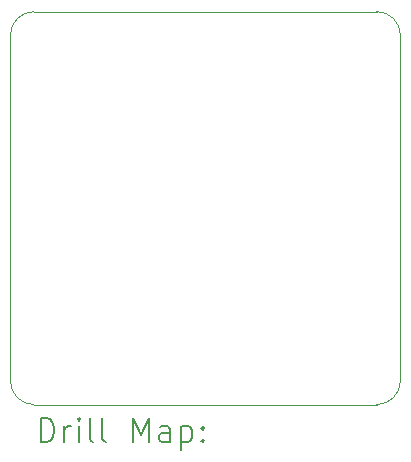
<source format=gbr>
%TF.GenerationSoftware,KiCad,Pcbnew,8.0.0*%
%TF.CreationDate,2024-06-23T14:13:49+02:00*%
%TF.ProjectId,SCS TSAL Red LED,53435320-5453-4414-9c20-526564204c45,rev?*%
%TF.SameCoordinates,Original*%
%TF.FileFunction,Drillmap*%
%TF.FilePolarity,Positive*%
%FSLAX45Y45*%
G04 Gerber Fmt 4.5, Leading zero omitted, Abs format (unit mm)*
G04 Created by KiCad (PCBNEW 8.0.0) date 2024-06-23 14:13:49*
%MOMM*%
%LPD*%
G01*
G04 APERTURE LIST*
%ADD10C,0.100000*%
%ADD11C,0.200000*%
G04 APERTURE END LIST*
D10*
X9883800Y-4800600D02*
G75*
G02*
X10083800Y-5000600I0J-200000D01*
G01*
X10083800Y-7928000D02*
G75*
G02*
X9883800Y-8128000I-200000J0D01*
G01*
X10083800Y-5000600D02*
X10083800Y-7928000D01*
X6781800Y-7928000D02*
X6781800Y-5000600D01*
X9883800Y-8128000D02*
X6981800Y-8128000D01*
X6981800Y-8128000D02*
G75*
G02*
X6781800Y-7928000I0J200000D01*
G01*
X6981800Y-4800600D02*
X9883800Y-4800600D01*
X6781800Y-5000600D02*
G75*
G02*
X6981800Y-4800600I200000J0D01*
G01*
D11*
X7037577Y-8444484D02*
X7037577Y-8244484D01*
X7037577Y-8244484D02*
X7085196Y-8244484D01*
X7085196Y-8244484D02*
X7113767Y-8254008D01*
X7113767Y-8254008D02*
X7132815Y-8273055D01*
X7132815Y-8273055D02*
X7142339Y-8292103D01*
X7142339Y-8292103D02*
X7151862Y-8330198D01*
X7151862Y-8330198D02*
X7151862Y-8358769D01*
X7151862Y-8358769D02*
X7142339Y-8396865D01*
X7142339Y-8396865D02*
X7132815Y-8415912D01*
X7132815Y-8415912D02*
X7113767Y-8434960D01*
X7113767Y-8434960D02*
X7085196Y-8444484D01*
X7085196Y-8444484D02*
X7037577Y-8444484D01*
X7237577Y-8444484D02*
X7237577Y-8311150D01*
X7237577Y-8349246D02*
X7247101Y-8330198D01*
X7247101Y-8330198D02*
X7256624Y-8320674D01*
X7256624Y-8320674D02*
X7275672Y-8311150D01*
X7275672Y-8311150D02*
X7294720Y-8311150D01*
X7361386Y-8444484D02*
X7361386Y-8311150D01*
X7361386Y-8244484D02*
X7351862Y-8254008D01*
X7351862Y-8254008D02*
X7361386Y-8263531D01*
X7361386Y-8263531D02*
X7370910Y-8254008D01*
X7370910Y-8254008D02*
X7361386Y-8244484D01*
X7361386Y-8244484D02*
X7361386Y-8263531D01*
X7485196Y-8444484D02*
X7466148Y-8434960D01*
X7466148Y-8434960D02*
X7456624Y-8415912D01*
X7456624Y-8415912D02*
X7456624Y-8244484D01*
X7589958Y-8444484D02*
X7570910Y-8434960D01*
X7570910Y-8434960D02*
X7561386Y-8415912D01*
X7561386Y-8415912D02*
X7561386Y-8244484D01*
X7818529Y-8444484D02*
X7818529Y-8244484D01*
X7818529Y-8244484D02*
X7885196Y-8387341D01*
X7885196Y-8387341D02*
X7951862Y-8244484D01*
X7951862Y-8244484D02*
X7951862Y-8444484D01*
X8132815Y-8444484D02*
X8132815Y-8339722D01*
X8132815Y-8339722D02*
X8123291Y-8320674D01*
X8123291Y-8320674D02*
X8104243Y-8311150D01*
X8104243Y-8311150D02*
X8066148Y-8311150D01*
X8066148Y-8311150D02*
X8047101Y-8320674D01*
X8132815Y-8434960D02*
X8113767Y-8444484D01*
X8113767Y-8444484D02*
X8066148Y-8444484D01*
X8066148Y-8444484D02*
X8047101Y-8434960D01*
X8047101Y-8434960D02*
X8037577Y-8415912D01*
X8037577Y-8415912D02*
X8037577Y-8396865D01*
X8037577Y-8396865D02*
X8047101Y-8377817D01*
X8047101Y-8377817D02*
X8066148Y-8368293D01*
X8066148Y-8368293D02*
X8113767Y-8368293D01*
X8113767Y-8368293D02*
X8132815Y-8358769D01*
X8228053Y-8311150D02*
X8228053Y-8511150D01*
X8228053Y-8320674D02*
X8247101Y-8311150D01*
X8247101Y-8311150D02*
X8285196Y-8311150D01*
X8285196Y-8311150D02*
X8304243Y-8320674D01*
X8304243Y-8320674D02*
X8313767Y-8330198D01*
X8313767Y-8330198D02*
X8323291Y-8349246D01*
X8323291Y-8349246D02*
X8323291Y-8406389D01*
X8323291Y-8406389D02*
X8313767Y-8425436D01*
X8313767Y-8425436D02*
X8304243Y-8434960D01*
X8304243Y-8434960D02*
X8285196Y-8444484D01*
X8285196Y-8444484D02*
X8247101Y-8444484D01*
X8247101Y-8444484D02*
X8228053Y-8434960D01*
X8409005Y-8425436D02*
X8418529Y-8434960D01*
X8418529Y-8434960D02*
X8409005Y-8444484D01*
X8409005Y-8444484D02*
X8399482Y-8434960D01*
X8399482Y-8434960D02*
X8409005Y-8425436D01*
X8409005Y-8425436D02*
X8409005Y-8444484D01*
X8409005Y-8320674D02*
X8418529Y-8330198D01*
X8418529Y-8330198D02*
X8409005Y-8339722D01*
X8409005Y-8339722D02*
X8399482Y-8330198D01*
X8399482Y-8330198D02*
X8409005Y-8320674D01*
X8409005Y-8320674D02*
X8409005Y-8339722D01*
M02*

</source>
